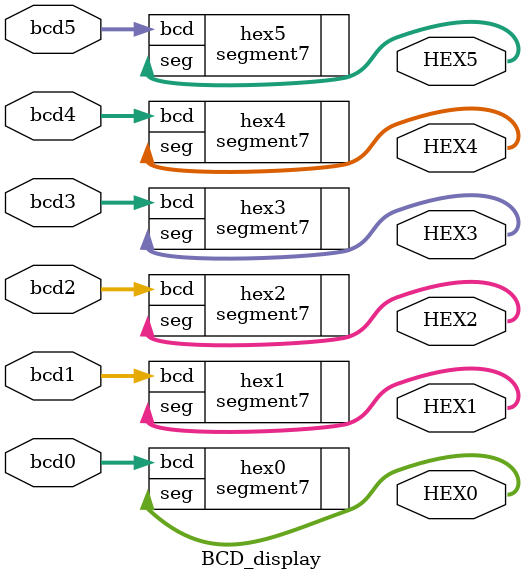
<source format=v>
/* ==========================================================================
 * ============================ BCD_DISPLAY ================================
 *  Descripción general:
 *    Este módulo convierte valores BCD (Binary-Coded Decimal) de 4 bits en
 *    señales para displays de 7 segmentos. Cada BCD de entrada controla un
 *    display independiente.
 *
 *  Entradas:
 *    - bcd0 ... bcd5: valores BCD de 4 bits a mostrar en cada display.
 *
 *  Salidas:
 *    - HEX0 ... HEX5: señales de 7 segmentos correspondientes a cada BCD.
 *
 *  Funcionamiento:
 *    1. Cada BCD se pasa a un módulo `segment7` que genera las señales
 *       adecuadas para encender los segmentos del display.
 *    2. Los displays muestran los dígitos decimales según el valor BCD.
 *
 *  Observaciones:
 *    - Cada `segment7` genera los segmentos a partir de un solo BCD.
 *    - Permite mostrar hasta 6 dígitos en displays separados.
 * ========================================================================== */


module BCD_display(

	input [3:0] bcd0,
	input [3:0] bcd1,
	input [3:0] bcd2,
	input [3:0] bcd3,
	input [3:0] bcd4,
	input [3:0] bcd5,
	
	output [0:6] HEX0,
	output [0:6] HEX1,
	output [0:6] HEX2,
	output [0:6] HEX3,
	output [0:6] HEX4,
	output [0:6] HEX5

);


segment7 hex0(
    .bcd(bcd0),
    .seg(HEX0)
);

segment7 hex1(
    .bcd(bcd1),
    .seg(HEX1)
);

segment7 hex2(
    .bcd(bcd2),
    .seg(HEX2)
);

segment7 hex3(
    .bcd(bcd3),
    .seg(HEX3)
);

segment7 hex4(
    .bcd(bcd4),
    .seg(HEX4)
);

segment7 hex5(
    .bcd(bcd5),
    .seg(HEX5)
);


endmodule
</source>
